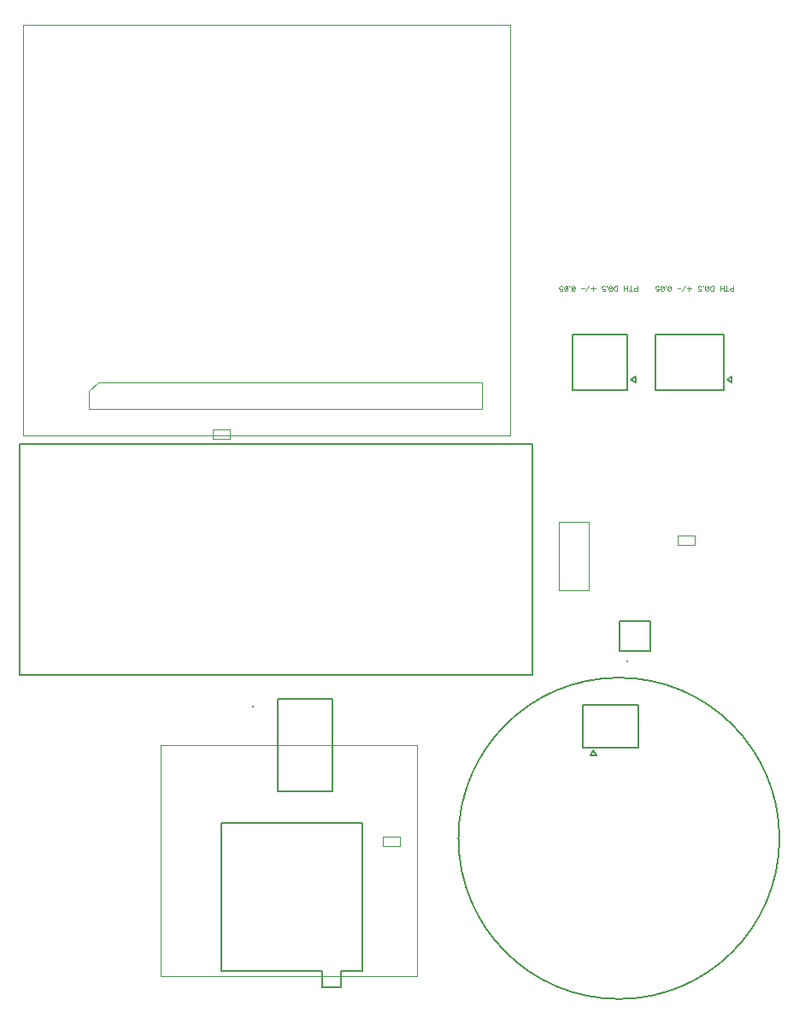
<source format=gbr>
G04 DipTrace 4.3.0.1*
G04 TopAssembly.gbr*
%MOIN*%
G04 #@! TF.FileFunction,Drawing,Top*
G04 #@! TF.Part,Single*
%ADD10C,0.004724*%
%ADD22C,0.005*%
%ADD111C,0.003088*%
%FSLAX26Y26*%
G04*
G70*
G90*
G75*
G01*
G04 TopAssy*
%LPD*%
X2959054Y2237598D2*
D10*
Y2199802D1*
X3028346D1*
Y2237598D1*
X2959054D1*
X1809054Y1062598D2*
Y1024802D1*
X1878346D1*
Y1062598D1*
X1809054D1*
X2874507Y3018897D2*
D22*
X3140255D1*
Y2802361D1*
X2874507D1*
Y3018897D1*
X3171751Y2855511D2*
Y2831889D1*
X3152066Y2843700D1*
X3171751Y2855511D1*
X2497145Y2021554D2*
D10*
X2615255D1*
Y2290846D1*
X2497145D1*
Y2021554D1*
X1730806Y539861D2*
D22*
Y1114665D1*
X1181594D1*
Y539861D1*
X1575294D1*
Y476869D1*
X1730413Y539861D2*
X1646161D1*
Y476869D1*
X1575294D1*
X2806397Y1576968D2*
Y1409645D1*
X2589861D1*
Y1576968D1*
X2806397D1*
X2643011Y1378149D2*
X2619389D1*
X2631200Y1397834D1*
X2643011Y1378149D1*
X2105216Y1056200D2*
G02X2105216Y1056200I625984J0D01*
G01*
X2548720Y3018897D2*
X2765255D1*
Y2802361D1*
X2548720D1*
Y3018897D1*
X2796751Y2855511D2*
Y2831889D1*
X2777066Y2843700D1*
X2796751Y2855511D1*
X1214665Y2612302D2*
D10*
Y2650098D1*
X1147735D1*
Y2612302D1*
X1214665D1*
X699048Y2833562D2*
X2198129D1*
Y2728838D1*
X664271D1*
Y2798785D1*
X699048Y2833562D1*
X1612499Y1599606D2*
D22*
X1399901D1*
Y1237794D1*
X1612499D1*
Y1599606D1*
G36*
X1299507Y1570472D2*
X1299541Y1570986D1*
X1299641Y1571491D1*
X1299807Y1571978D1*
X1300035Y1572440D1*
X1300321Y1572868D1*
X1300660Y1573256D1*
X1301047Y1573595D1*
X1301476Y1573881D1*
X1301937Y1574109D1*
X1302425Y1574275D1*
X1302930Y1574375D1*
X1303444Y1574409D1*
X1303958Y1574375D1*
X1304463Y1574275D1*
X1304951Y1574109D1*
X1305413Y1573881D1*
X1305841Y1573595D1*
X1306228Y1573256D1*
X1306568Y1572868D1*
X1306854Y1572440D1*
X1307081Y1571978D1*
X1307247Y1571491D1*
X1307347Y1570986D1*
X1307381Y1570472D1*
D1*
X1307347Y1569958D1*
X1307247Y1569453D1*
X1307081Y1568965D1*
X1306854Y1568503D1*
X1306568Y1568075D1*
X1306228Y1567688D1*
X1305841Y1567348D1*
X1305413Y1567062D1*
X1304951Y1566834D1*
X1304463Y1566669D1*
X1303958Y1566568D1*
X1303444Y1566535D1*
X1302930Y1566568D1*
X1302425Y1566669D1*
X1301937Y1566834D1*
X1301476Y1567062D1*
X1301047Y1567348D1*
X1300660Y1567688D1*
X1300321Y1568075D1*
X1300035Y1568503D1*
X1299807Y1568965D1*
X1299641Y1569453D1*
X1299541Y1569958D1*
X1299507Y1570472D1*
D1*
G37*
X393700Y1693700D2*
D22*
Y2593700D1*
X2393700D1*
Y1693700D1*
X393700D1*
G36*
X2764172Y1742322D2*
X2763659Y1742356D1*
X2763153Y1742456D1*
X2762666Y1742622D1*
X2762204Y1742850D1*
X2761776Y1743136D1*
X2761389Y1743475D1*
X2761049Y1743862D1*
X2760763Y1744291D1*
X2760535Y1744752D1*
X2760370Y1745240D1*
X2760269Y1745745D1*
X2760235Y1746259D1*
X2760269Y1746773D1*
X2760370Y1747278D1*
X2760535Y1747766D1*
X2760763Y1748228D1*
X2761049Y1748656D1*
X2761389Y1749043D1*
X2761776Y1749382D1*
X2762204Y1749669D1*
X2762666Y1749896D1*
X2763153Y1750062D1*
X2763659Y1750162D1*
X2764172Y1750196D1*
D1*
X2764686Y1750162D1*
X2765191Y1750062D1*
X2765679Y1749896D1*
X2766141Y1749669D1*
X2766569Y1749382D1*
X2766956Y1749043D1*
X2767296Y1748656D1*
X2767582Y1748228D1*
X2767810Y1747766D1*
X2767975Y1747278D1*
X2768076Y1746773D1*
X2768109Y1746259D1*
X2768076Y1745745D1*
X2767975Y1745240D1*
X2767810Y1744752D1*
X2767582Y1744291D1*
X2767296Y1743862D1*
X2766956Y1743475D1*
X2766569Y1743136D1*
X2766141Y1742850D1*
X2765679Y1742622D1*
X2765191Y1742456D1*
X2764686Y1742356D1*
X2764172Y1742322D1*
D1*
G37*
X2852755Y1902755D2*
D22*
Y1784645D1*
X2734645Y1902755D2*
Y1784645D1*
X2852755Y1902755D2*
X2734645D1*
X2852755Y1784645D2*
X2734645D1*
X943700Y1418700D2*
D10*
X1943700D1*
Y518700D1*
X943700D1*
Y1418700D1*
X406200Y4226200D2*
X2306200D1*
Y2626200D1*
X406200D1*
Y4226200D1*
X3178081Y3198950D2*
D111*
X3169459D1*
X3166607Y3197999D1*
X3165635Y3197026D1*
X3164684Y3195125D1*
Y3192251D1*
X3165635Y3190350D1*
X3166607Y3189377D1*
X3169459Y3188427D1*
X3178081D1*
Y3208523D1*
X3151810Y3188427D2*
Y3208523D1*
X3158508Y3188427D2*
X3145111D1*
X3138935D2*
Y3208523D1*
X3125538Y3188427D2*
Y3208523D1*
X3138935Y3197999D2*
X3125538D1*
X3099922Y3188427D2*
Y3208523D1*
X3093223D1*
X3090349Y3207550D1*
X3088426Y3205649D1*
X3087475Y3203725D1*
X3086524Y3200873D1*
Y3196076D1*
X3087475Y3193202D1*
X3088426Y3191301D1*
X3090349Y3189377D1*
X3093223Y3188427D1*
X3099922D1*
X3074601Y3188449D2*
X3077475Y3189399D1*
X3079398Y3192273D1*
X3080349Y3197049D1*
Y3199923D1*
X3079398Y3204698D1*
X3077475Y3207572D1*
X3074601Y3208523D1*
X3072699D1*
X3069825Y3207572D1*
X3067924Y3204698D1*
X3066951Y3199923D1*
Y3197049D1*
X3067924Y3192273D1*
X3069825Y3189399D1*
X3072699Y3188449D1*
X3074601D1*
X3067924Y3192273D2*
X3079398Y3204698D1*
X3059825Y3206599D2*
X3060776Y3207572D1*
X3059825Y3208523D1*
X3058852Y3207572D1*
X3059825Y3206599D1*
X3041203Y3188449D2*
X3050753D1*
X3051704Y3197049D1*
X3050753Y3196098D1*
X3047879Y3195125D1*
X3045027D1*
X3042153Y3196098D1*
X3040230Y3197999D1*
X3039279Y3200873D1*
Y3202774D1*
X3040230Y3205649D1*
X3042153Y3207572D1*
X3045027Y3208523D1*
X3047879D1*
X3050753Y3207572D1*
X3051704Y3206599D1*
X3052677Y3204698D1*
X3005063Y3189875D2*
Y3207097D1*
X3013663Y3198497D2*
X2996441D1*
X2990266Y3208523D2*
X2976868Y3188449D1*
X2970693Y3198486D2*
X2959639D1*
X2928274Y3188449D2*
X2931148Y3189399D1*
X2933072Y3192273D1*
X2934023Y3197049D1*
Y3199923D1*
X2933072Y3204698D1*
X2931148Y3207572D1*
X2928274Y3208523D1*
X2926373D1*
X2923499Y3207572D1*
X2921598Y3204698D1*
X2920625Y3199923D1*
Y3197049D1*
X2921598Y3192273D1*
X2923499Y3189399D1*
X2926373Y3188449D1*
X2928274D1*
X2921598Y3192273D2*
X2933072Y3204698D1*
X2913499Y3206599D2*
X2914449Y3207572D1*
X2913499Y3208523D1*
X2912526Y3207572D1*
X2913499Y3206599D1*
X2900602Y3188449D2*
X2903476Y3189399D1*
X2905400Y3192273D1*
X2906350Y3197049D1*
Y3199923D1*
X2905400Y3204698D1*
X2903476Y3207572D1*
X2900602Y3208523D1*
X2898701D1*
X2895827Y3207572D1*
X2893926Y3204698D1*
X2892953Y3199923D1*
Y3197049D1*
X2893926Y3192273D1*
X2895827Y3189399D1*
X2898701Y3188449D1*
X2900602D1*
X2893926Y3192273D2*
X2905400Y3204698D1*
X2875303Y3188449D2*
X2884854D1*
X2885805Y3197049D1*
X2884854Y3196098D1*
X2881980Y3195125D1*
X2879128D1*
X2876254Y3196098D1*
X2874331Y3197999D1*
X2873380Y3200873D1*
Y3202774D1*
X2874331Y3205649D1*
X2876254Y3207572D1*
X2879128Y3208523D1*
X2881980D1*
X2884854Y3207572D1*
X2885805Y3206599D1*
X2886777Y3204698D1*
X2803081Y3198950D2*
X2794459D1*
X2791607Y3197999D1*
X2790635Y3197026D1*
X2789684Y3195125D1*
Y3192251D1*
X2790635Y3190350D1*
X2791607Y3189377D1*
X2794459Y3188427D1*
X2803081D1*
Y3208523D1*
X2776810Y3188427D2*
Y3208523D1*
X2783508Y3188427D2*
X2770111D1*
X2763935D2*
Y3208523D1*
X2750538Y3188427D2*
Y3208523D1*
X2763935Y3197999D2*
X2750538D1*
X2724922Y3188427D2*
Y3208523D1*
X2718223D1*
X2715349Y3207550D1*
X2713426Y3205649D1*
X2712475Y3203725D1*
X2711524Y3200873D1*
Y3196076D1*
X2712475Y3193202D1*
X2713426Y3191301D1*
X2715349Y3189377D1*
X2718223Y3188427D1*
X2724922D1*
X2699601Y3188449D2*
X2702475Y3189399D1*
X2704398Y3192273D1*
X2705349Y3197049D1*
Y3199923D1*
X2704398Y3204698D1*
X2702475Y3207572D1*
X2699601Y3208523D1*
X2697699D1*
X2694825Y3207572D1*
X2692924Y3204698D1*
X2691951Y3199923D1*
Y3197049D1*
X2692924Y3192273D1*
X2694825Y3189399D1*
X2697699Y3188449D1*
X2699601D1*
X2692924Y3192273D2*
X2704398Y3204698D1*
X2684825Y3206599D2*
X2685776Y3207572D1*
X2684825Y3208523D1*
X2683852Y3207572D1*
X2684825Y3206599D1*
X2666203Y3188449D2*
X2675753D1*
X2676704Y3197049D1*
X2675753Y3196098D1*
X2672879Y3195125D1*
X2670027D1*
X2667153Y3196098D1*
X2665230Y3197999D1*
X2664279Y3200873D1*
Y3202774D1*
X2665230Y3205649D1*
X2667153Y3207572D1*
X2670027Y3208523D1*
X2672879D1*
X2675753Y3207572D1*
X2676704Y3206599D1*
X2677677Y3204698D1*
X2630063Y3189875D2*
Y3207097D1*
X2638663Y3198497D2*
X2621441D1*
X2615266Y3208523D2*
X2601868Y3188449D1*
X2595693Y3198486D2*
X2584639D1*
X2553274Y3188449D2*
X2556148Y3189399D1*
X2558072Y3192273D1*
X2559023Y3197049D1*
Y3199923D1*
X2558072Y3204698D1*
X2556148Y3207572D1*
X2553274Y3208523D1*
X2551373D1*
X2548499Y3207572D1*
X2546598Y3204698D1*
X2545625Y3199923D1*
Y3197049D1*
X2546598Y3192273D1*
X2548499Y3189399D1*
X2551373Y3188449D1*
X2553274D1*
X2546598Y3192273D2*
X2558072Y3204698D1*
X2538499Y3206599D2*
X2539449Y3207572D1*
X2538499Y3208523D1*
X2537526Y3207572D1*
X2538499Y3206599D1*
X2525602Y3188449D2*
X2528476Y3189399D1*
X2530400Y3192273D1*
X2531350Y3197049D1*
Y3199923D1*
X2530400Y3204698D1*
X2528476Y3207572D1*
X2525602Y3208523D1*
X2523701D1*
X2520827Y3207572D1*
X2518926Y3204698D1*
X2517953Y3199923D1*
Y3197049D1*
X2518926Y3192273D1*
X2520827Y3189399D1*
X2523701Y3188449D1*
X2525602D1*
X2518926Y3192273D2*
X2530400Y3204698D1*
X2500303Y3188449D2*
X2509854D1*
X2510805Y3197049D1*
X2509854Y3196098D1*
X2506980Y3195125D1*
X2504128D1*
X2501254Y3196098D1*
X2499331Y3197999D1*
X2498380Y3200873D1*
Y3202774D1*
X2499331Y3205649D1*
X2501254Y3207572D1*
X2504128Y3208523D1*
X2506980D1*
X2509854Y3207572D1*
X2510805Y3206599D1*
X2511777Y3204698D1*
M02*

</source>
